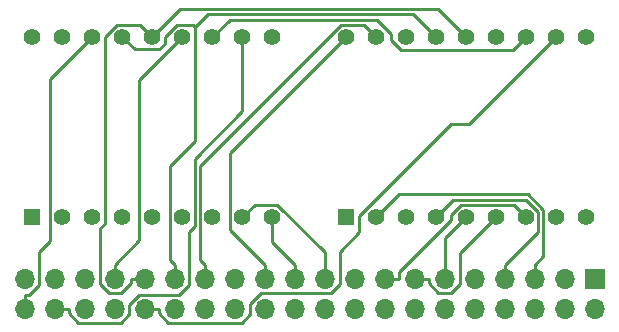
<source format=gbr>
G04 #@! TF.GenerationSoftware,KiCad,Pcbnew,5.99.0-unknown-r16821-0ff20c18*
G04 #@! TF.CreationDate,2019-09-29T17:51:57-05:00*
G04 #@! TF.ProjectId,led_module,6c65645f-6d6f-4647-956c-652e6b696361,rev?*
G04 #@! TF.SameCoordinates,Original*
G04 #@! TF.FileFunction,Copper,L2,Bot*
G04 #@! TF.FilePolarity,Positive*
%FSLAX46Y46*%
G04 Gerber Fmt 4.6, Leading zero omitted, Abs format (unit mm)*
G04 Created by KiCad (PCBNEW 5.99.0-unknown-r16821-0ff20c18) date 2019-09-29 17:51:57*
%MOMM*%
%LPD*%
G04 APERTURE LIST*
%ADD10O,1.700000X1.700000*%
%ADD11R,1.700000X1.700000*%
%ADD12R,1.408000X1.408000*%
%ADD13C,1.408000*%
%ADD14C,0.250000*%
G04 APERTURE END LIST*
D10*
X29845000Y-128905000D03*
X29845000Y-126365000D03*
X32385000Y-128905000D03*
X32385000Y-126365000D03*
X34925000Y-128905000D03*
X34925000Y-126365000D03*
X37465000Y-128905000D03*
X37465000Y-126365000D03*
X40005000Y-128905000D03*
X40005000Y-126365000D03*
X42545000Y-128905000D03*
X42545000Y-126365000D03*
X45085000Y-128905000D03*
X45085000Y-126365000D03*
X47625000Y-128905000D03*
X47625000Y-126365000D03*
X50165000Y-128905000D03*
X50165000Y-126365000D03*
X52705000Y-128905000D03*
X52705000Y-126365000D03*
X55245000Y-128905000D03*
X55245000Y-126365000D03*
X57785000Y-128905000D03*
X57785000Y-126365000D03*
X60325000Y-128905000D03*
X60325000Y-126365000D03*
X62865000Y-128905000D03*
X62865000Y-126365000D03*
X65405000Y-128905000D03*
X65405000Y-126365000D03*
X67945000Y-128905000D03*
X67945000Y-126365000D03*
X70485000Y-128905000D03*
X70485000Y-126365000D03*
X73025000Y-128905000D03*
X73025000Y-126365000D03*
X75565000Y-128905000D03*
X75565000Y-126365000D03*
X78105000Y-128905000D03*
D11*
X78105000Y-126365000D03*
D12*
X57023000Y-121158000D03*
D13*
X59563000Y-121158000D03*
X62103000Y-121158000D03*
X64643000Y-121158000D03*
X67183000Y-121158000D03*
X69723000Y-121158000D03*
X72263000Y-121158000D03*
X74803000Y-121158000D03*
X77343000Y-121158000D03*
X77343000Y-105918000D03*
X74803000Y-105918000D03*
X72263000Y-105918000D03*
X69723000Y-105918000D03*
X67183000Y-105918000D03*
X64643000Y-105918000D03*
X62103000Y-105918000D03*
X59563000Y-105918000D03*
X57023000Y-105918000D03*
D12*
X30480000Y-121158000D03*
D13*
X33020000Y-121158000D03*
X35560000Y-121158000D03*
X38100000Y-121158000D03*
X40640000Y-121158000D03*
X43180000Y-121158000D03*
X45720000Y-121158000D03*
X48260000Y-121158000D03*
X50800000Y-121158000D03*
X50800000Y-105918000D03*
X48260000Y-105918000D03*
X45720000Y-105918000D03*
X43180000Y-105918000D03*
X40640000Y-105918000D03*
X38100000Y-105918000D03*
X35560000Y-105918000D03*
X33020000Y-105918000D03*
X30480000Y-105918000D03*
D14*
X41180300Y-129272400D02*
X41180300Y-128905000D01*
X41988200Y-130080300D02*
X41180300Y-129272400D01*
X48208500Y-130080300D02*
X41988200Y-130080300D01*
X48895000Y-129393800D02*
X48208500Y-130080300D01*
X48895000Y-128510800D02*
X48895000Y-129393800D01*
X49865400Y-127540400D02*
X48895000Y-128510800D01*
X55754000Y-127540400D02*
X49865400Y-127540400D01*
X56515000Y-126779400D02*
X55754000Y-127540400D01*
X56515000Y-124061300D02*
X56515000Y-126779400D01*
X58133700Y-122442600D02*
X56515000Y-124061300D01*
X58133700Y-121058700D02*
X58133700Y-122442600D01*
X65936900Y-113255500D02*
X58133700Y-121058700D01*
X67465500Y-113255500D02*
X65936900Y-113255500D01*
X74803000Y-105918000D02*
X67465500Y-113255500D01*
X40005000Y-128905000D02*
X41180300Y-128905000D01*
X30212400Y-127729700D02*
X29845000Y-127729700D01*
X31020300Y-126921800D02*
X30212400Y-127729700D01*
X31020300Y-124137200D02*
X31020300Y-126921800D01*
X31990600Y-123166900D02*
X31020300Y-124137200D01*
X31990600Y-109487400D02*
X31990600Y-123166900D01*
X35560000Y-105918000D02*
X31990600Y-109487400D01*
X29845000Y-128905000D02*
X29845000Y-127729700D01*
X33560300Y-129272400D02*
X33560300Y-128905000D01*
X34368200Y-130080300D02*
X33560300Y-129272400D01*
X37951900Y-130080300D02*
X34368200Y-130080300D01*
X38640300Y-129391900D02*
X37951900Y-130080300D01*
X38640300Y-128592200D02*
X38640300Y-129391900D01*
X39502800Y-127729700D02*
X38640300Y-128592200D01*
X42886300Y-127729700D02*
X39502800Y-127729700D01*
X43720400Y-126895600D02*
X42886300Y-127729700D01*
X43720400Y-122376600D02*
X43720400Y-126895600D01*
X44227100Y-121869900D02*
X43720400Y-122376600D01*
X44227100Y-116200900D02*
X44227100Y-121869900D01*
X48260000Y-112168000D02*
X44227100Y-116200900D01*
X48260000Y-105918000D02*
X48260000Y-112168000D01*
X32385000Y-128905000D02*
X33560300Y-128905000D01*
X50165000Y-126365000D02*
X50165000Y-125189700D01*
X47188100Y-115752900D02*
X57023000Y-105918000D01*
X47188100Y-122212800D02*
X47188100Y-115752900D01*
X50165000Y-125189700D02*
X47188100Y-122212800D01*
X44677500Y-124782200D02*
X45085000Y-125189700D01*
X44677500Y-116806000D02*
X44677500Y-124782200D01*
X56594900Y-104888600D02*
X44677500Y-116806000D01*
X58533600Y-104888600D02*
X56594900Y-104888600D01*
X59563000Y-105918000D02*
X58533600Y-104888600D01*
X45085000Y-126365000D02*
X45085000Y-125189700D01*
X42545000Y-126365000D02*
X42545000Y-125189700D01*
X42148100Y-124792800D02*
X42545000Y-125189700D01*
X42148100Y-116792400D02*
X42148100Y-124792800D01*
X44234400Y-114706100D02*
X42148100Y-116792400D01*
X44234400Y-105070000D02*
X44234400Y-114706100D01*
X44048000Y-104883600D02*
X44234400Y-105070000D01*
X42692100Y-104883600D02*
X44048000Y-104883600D01*
X41676900Y-105898800D02*
X42692100Y-104883600D01*
X41676900Y-106458500D02*
X41676900Y-105898800D01*
X41178700Y-106956700D02*
X41676900Y-106458500D01*
X39138700Y-106956700D02*
X41178700Y-106956700D01*
X38100000Y-105918000D02*
X39138700Y-106956700D01*
X62712900Y-103987900D02*
X64643000Y-105918000D01*
X45316500Y-103987900D02*
X62712900Y-103987900D01*
X44234400Y-105070000D02*
X45316500Y-103987900D01*
X40005000Y-126365000D02*
X38829700Y-126365000D01*
X38829700Y-126732400D02*
X38829700Y-126365000D01*
X38021800Y-127540300D02*
X38829700Y-126732400D01*
X36975500Y-127540300D02*
X38021800Y-127540300D01*
X36246100Y-126810900D02*
X36975500Y-127540300D01*
X36246100Y-122080100D02*
X36246100Y-126810900D01*
X36603700Y-121722500D02*
X36246100Y-122080100D01*
X36603700Y-105883600D02*
X36603700Y-121722500D01*
X37616400Y-104870900D02*
X36603700Y-105883600D01*
X39592900Y-104870900D02*
X37616400Y-104870900D01*
X40640000Y-105918000D02*
X39592900Y-104870900D01*
X64798800Y-103533800D02*
X67183000Y-105918000D01*
X43024200Y-103533800D02*
X64798800Y-103533800D01*
X40640000Y-105918000D02*
X43024200Y-103533800D01*
X39529400Y-123125300D02*
X37465000Y-125189700D01*
X39529400Y-109568600D02*
X39529400Y-123125300D01*
X43180000Y-105918000D02*
X39529400Y-109568600D01*
X37465000Y-126365000D02*
X37465000Y-125189700D01*
X71209600Y-106971400D02*
X72263000Y-105918000D01*
X61679100Y-106971400D02*
X71209600Y-106971400D01*
X60833000Y-106125300D02*
X61679100Y-106971400D01*
X60833000Y-105631900D02*
X60833000Y-106125300D01*
X59639300Y-104438200D02*
X60833000Y-105631900D01*
X47199800Y-104438200D02*
X59639300Y-104438200D01*
X45720000Y-105918000D02*
X47199800Y-104438200D01*
X50800000Y-123284700D02*
X52705000Y-125189700D01*
X50800000Y-121158000D02*
X50800000Y-123284700D01*
X52705000Y-126365000D02*
X52705000Y-125189700D01*
X55245000Y-124121900D02*
X55245000Y-126365000D01*
X51215900Y-120092800D02*
X55245000Y-124121900D01*
X49325200Y-120092800D02*
X51215900Y-120092800D01*
X48260000Y-121158000D02*
X49325200Y-120092800D01*
X71230300Y-120125300D02*
X72263000Y-121158000D01*
X66755600Y-120125300D02*
X71230300Y-120125300D01*
X65913000Y-120967900D02*
X66755600Y-120125300D01*
X65913000Y-121411000D02*
X65913000Y-120967900D01*
X61500300Y-125823700D02*
X65913000Y-121411000D01*
X61500300Y-126365000D02*
X61500300Y-125823700D01*
X60325000Y-126365000D02*
X61500300Y-126365000D01*
X66675000Y-124206000D02*
X69723000Y-121158000D01*
X66675000Y-126796000D02*
X66675000Y-124206000D01*
X65930600Y-127540400D02*
X66675000Y-126796000D01*
X64848400Y-127540400D02*
X65930600Y-127540400D01*
X64040300Y-126732300D02*
X64848400Y-127540400D01*
X64040300Y-126365000D02*
X64040300Y-126732300D01*
X62865000Y-126365000D02*
X64040300Y-126365000D01*
X65405000Y-122936000D02*
X65405000Y-126365000D01*
X67183000Y-121158000D02*
X65405000Y-122936000D01*
X70485000Y-126365000D02*
X70485000Y-125189700D01*
X73293600Y-122381100D02*
X70485000Y-125189700D01*
X73293600Y-120711500D02*
X73293600Y-122381100D01*
X72255300Y-119673200D02*
X73293600Y-120711500D01*
X66127800Y-119673200D02*
X72255300Y-119673200D01*
X64643000Y-121158000D02*
X66127800Y-119673200D01*
X73743900Y-124470800D02*
X73025000Y-125189700D01*
X73743900Y-120522100D02*
X73743900Y-124470800D01*
X72444100Y-119222300D02*
X73743900Y-120522100D01*
X61498700Y-119222300D02*
X72444100Y-119222300D01*
X59563000Y-121158000D02*
X61498700Y-119222300D01*
X73025000Y-126365000D02*
X73025000Y-125189700D01*
M02*

</source>
